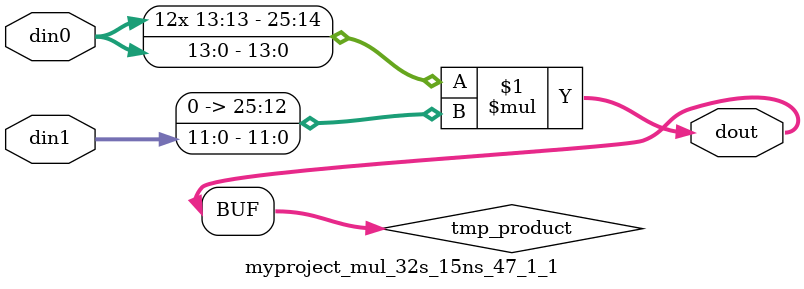
<source format=v>

`timescale 1 ns / 1 ps

  module myproject_mul_32s_15ns_47_1_1(din0, din1, dout);
parameter ID = 1;
parameter NUM_STAGE = 0;
parameter din0_WIDTH = 14;
parameter din1_WIDTH = 12;
parameter dout_WIDTH = 26;

input [din0_WIDTH - 1 : 0] din0; 
input [din1_WIDTH - 1 : 0] din1; 
output [dout_WIDTH - 1 : 0] dout;

wire signed [dout_WIDTH - 1 : 0] tmp_product;












assign tmp_product = $signed(din0) * $signed({1'b0, din1});









assign dout = tmp_product;







endmodule

</source>
